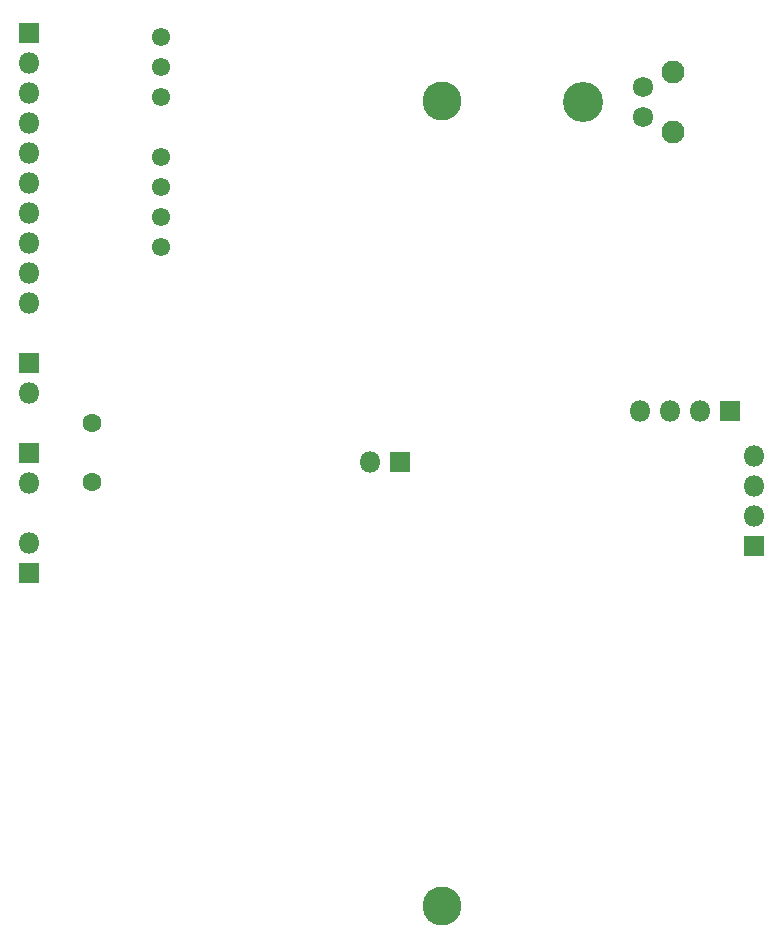
<source format=gbr>
G04 #@! TF.GenerationSoftware,KiCad,Pcbnew,(5.1.4)-1*
G04 #@! TF.CreationDate,2019-12-30T13:26:32-06:00*
G04 #@! TF.ProjectId,digital_pcb,64696769-7461-46c5-9f70-63622e6b6963,rev?*
G04 #@! TF.SameCoordinates,Original*
G04 #@! TF.FileFunction,Soldermask,Bot*
G04 #@! TF.FilePolarity,Negative*
%FSLAX46Y46*%
G04 Gerber Fmt 4.6, Leading zero omitted, Abs format (unit mm)*
G04 Created by KiCad (PCBNEW (5.1.4)-1) date 2019-12-30 13:26:32*
%MOMM*%
%LPD*%
G04 APERTURE LIST*
%ADD10C,1.721600*%
%ADD11C,1.931600*%
%ADD12C,3.401600*%
%ADD13C,1.601600*%
%ADD14R,1.801600X1.801600*%
%ADD15O,1.801600X1.801600*%
%ADD16C,1.551600*%
%ADD17C,3.301600*%
G04 APERTURE END LIST*
D10*
X170688000Y-63500000D03*
X170688000Y-60960000D03*
D11*
X173228000Y-59690000D03*
X173228000Y-64770000D03*
D12*
X165608000Y-62230000D03*
D13*
X124079000Y-89448000D03*
X124079000Y-94448000D03*
D14*
X178054000Y-88392000D03*
D15*
X175514000Y-88392000D03*
X172974000Y-88392000D03*
X170434000Y-88392000D03*
X118740000Y-79250000D03*
X118740000Y-76710000D03*
X118740000Y-74170000D03*
X118740000Y-71630000D03*
X118740000Y-69090000D03*
X118740000Y-66550000D03*
X118740000Y-64010000D03*
X118740000Y-61470000D03*
X118740000Y-58930000D03*
D14*
X118740000Y-56390000D03*
D15*
X147574000Y-92710000D03*
D14*
X150114000Y-92710000D03*
D15*
X118745000Y-94488000D03*
D14*
X118745000Y-91948000D03*
D16*
X129921000Y-56769000D03*
X129921000Y-59309000D03*
X129921000Y-61849000D03*
X129921000Y-66929000D03*
X129921000Y-69469000D03*
X129921000Y-72009000D03*
X129921000Y-74549000D03*
D17*
X153700000Y-130300000D03*
X153700000Y-62150000D03*
D15*
X180086000Y-92202000D03*
X180086000Y-94742000D03*
X180086000Y-97282000D03*
D14*
X180086000Y-99822000D03*
D15*
X118745000Y-99568000D03*
D14*
X118745000Y-102108000D03*
D15*
X118732300Y-86880700D03*
D14*
X118732300Y-84340700D03*
M02*

</source>
